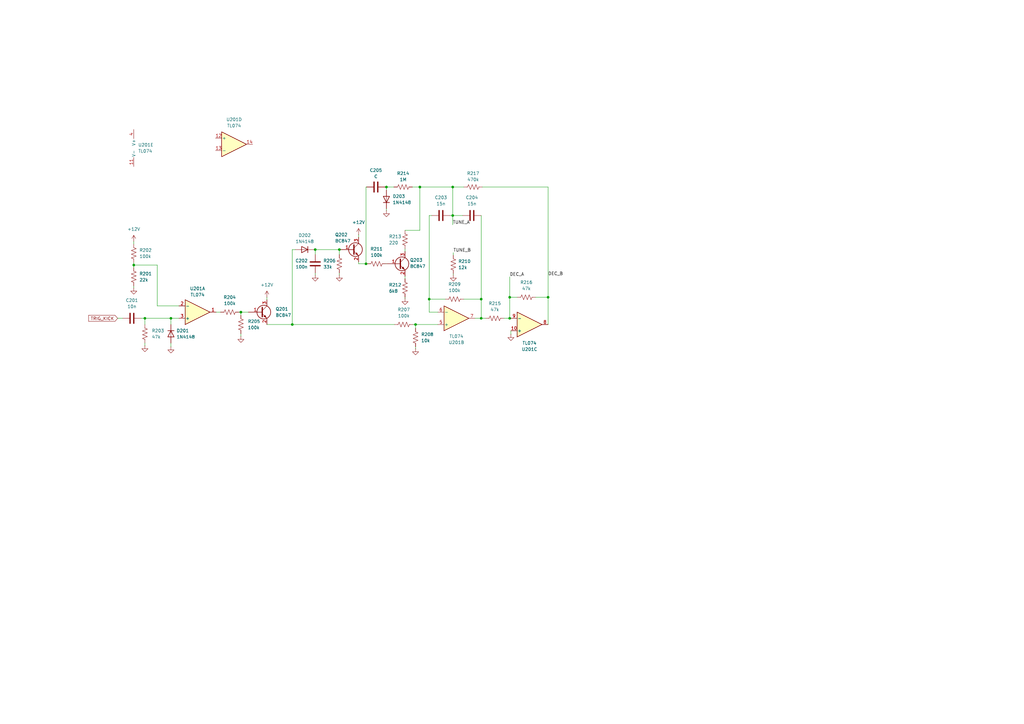
<source format=kicad_sch>
(kicad_sch (version 20231120) (generator "eeschema") (generator_version "8.0")
  (paper "A3")
  (lib_symbols
    (symbol "Amplifier_Operational:TL074" (pin_names (offset 0.127))
      (property "Reference" "U" (at 0 5.08 0))
      (property "Value" "TL074" (at 0 -5.08 0))
      (symbol "TL074_1_1"
        (polyline (pts (xy -5.08 5.08) (xy 5.08 0) (xy -5.08 -5.08) (xy -5.08 5.08)) (stroke (width 0.254)) (fill (type background)))
        (pin output line (at 7.62 0 180) (length 2.54) (name "~") (number "1"))
        (pin input line (at -7.62 -2.54 0) (length 2.54) (name "-") (number "2"))
        (pin input line (at -7.62 2.54 0) (length 2.54) (name "+") (number "3"))
      )
      (symbol "TL074_2_1"
        (polyline (pts (xy -5.08 5.08) (xy 5.08 0) (xy -5.08 -5.08) (xy -5.08 5.08)) (stroke (width 0.254)) (fill (type background)))
        (pin input line (at -7.62 2.54 0) (length 2.54) (name "+") (number "5"))
        (pin input line (at -7.62 -2.54 0) (length 2.54) (name "-") (number "6"))
        (pin output line (at 7.62 0 180) (length 2.54) (name "~") (number "7"))
      )
      (symbol "TL074_3_1"
        (polyline (pts (xy -5.08 5.08) (xy 5.08 0) (xy -5.08 -5.08) (xy -5.08 5.08)) (stroke (width 0.254)) (fill (type background)))
        (pin input line (at -7.62 2.54 0) (length 2.54) (name "+") (number "10"))
        (pin output line (at 7.62 0 180) (length 2.54) (name "~") (number "8"))
        (pin input line (at -7.62 -2.54 0) (length 2.54) (name "-") (number "9"))
      )
      (symbol "TL074_4_1"
        (polyline (pts (xy -5.08 5.08) (xy 5.08 0) (xy -5.08 -5.08) (xy -5.08 5.08)) (stroke (width 0.254)) (fill (type background)))
        (pin input line (at -7.62 2.54 0) (length 2.54) (name "+") (number "12"))
        (pin input line (at -7.62 -2.54 0) (length 2.54) (name "-") (number "13"))
        (pin output line (at 7.62 0 180) (length 2.54) (name "~") (number "14"))
      )
      (symbol "TL074_5_1"
        (pin power_in line (at -2.54 -7.62 90) (length 3.81) (name "V-") (number "11"))
        (pin power_in line (at -2.54 7.62 270) (length 3.81) (name "V+") (number "4"))
      )
    )
    (symbol "Device:C" (pin_numbers hide) (pin_names (offset 0.254))
      (property "Reference" "C" (at 0.635 2.54 0))
      (property "Value" "C" (at 0.635 -2.54 0))
      (symbol "C_0_1"
        (polyline (pts (xy -2.032 -0.762) (xy 2.032 -0.762)) (stroke (width 0.508)))
        (polyline (pts (xy -2.032 0.762) (xy 2.032 0.762)) (stroke (width 0.508)))
      )
      (symbol "C_1_1"
        (pin passive line (at 0 3.81 270) (length 2.794) (name "~") (number "1"))
        (pin passive line (at 0 -3.81 90) (length 2.794) (name "~") (number "2"))
      )
    )
    (symbol "Device:R_US" (pin_numbers hide) (pin_names (offset 0))
      (property "Reference" "R" (at 2.54 0 90))
      (property "Value" "R_US" (at -2.54 0 90))
      (symbol "R_US_0_1"
        (polyline (pts (xy 0 -2.286) (xy 0 -2.54)))
        (polyline (pts (xy 0 2.286) (xy 0 2.54)))
        (polyline (pts (xy 0 -0.762) (xy 1.016 -1.143) (xy 0 -1.524) (xy -1.016 -1.905) (xy 0 -2.286)))
        (polyline (pts (xy 0 0.762) (xy 1.016 0.381) (xy 0 0) (xy -1.016 -0.381) (xy 0 -0.762)))
        (polyline (pts (xy 0 2.286) (xy 1.016 1.905) (xy 0 1.524) (xy -1.016 1.143) (xy 0 0.762)))
      )
      (symbol "R_US_1_1"
        (pin passive line (at 0 3.81 270) (length 1.27) (name "~") (number "1"))
        (pin passive line (at 0 -3.81 90) (length 1.27) (name "~") (number "2"))
      )
    )
    (symbol "Diode:1N4148" (pin_numbers hide) (pin_names hide)
      (property "Reference" "D" (at 0 2.54 0))
      (property "Value" "1N4148" (at 0 -2.54 0))
      (symbol "1N4148_0_1"
        (polyline (pts (xy -1.27 1.27) (xy -1.27 -1.27)) (stroke (width 0.254)))
        (polyline (pts (xy 1.27 0) (xy -1.27 0)))
        (polyline (pts (xy 1.27 1.27) (xy 1.27 -1.27) (xy -1.27 0) (xy 1.27 1.27)) (stroke (width 0.254)))
      )
      (symbol "1N4148_1_1"
        (pin passive line (at -3.81 0 0) (length 2.54) (name "K") (number "1"))
        (pin passive line (at 3.81 0 180) (length 2.54) (name "A") (number "2"))
      )
    )
    (symbol "Transistor_BJT:BC847" (pin_names (offset 0) hide)
      (property "Reference" "Q" (at 5.08 1.905 0))
      (property "Value" "BC847" (at 5.08 0 0))
      (symbol "BC847_0_1"
        (polyline (pts (xy 0.635 0.635) (xy 2.54 2.54)))
        (polyline (pts (xy 0.635 -0.635) (xy 2.54 -2.54) (xy 2.54 -2.54)))
        (polyline (pts (xy 0.635 1.905) (xy 0.635 -1.905) (xy 0.635 -1.905)) (stroke (width 0.508)))
        (polyline (pts (xy 1.27 -1.778) (xy 1.778 -1.27) (xy 2.286 -2.286) (xy 1.27 -1.778) (xy 1.27 -1.778)) (fill (type outline)))
        (circle (center 1.27 0) (radius 2.8194) (stroke (width 0.254)))
      )
      (symbol "BC847_1_1"
        (pin input line (at -5.08 0 0) (length 5.715) (name "B") (number "1"))
        (pin passive line (at 2.54 -5.08 90) (length 2.54) (name "E") (number "2"))
        (pin passive line (at 2.54 5.08 270) (length 2.54) (name "C") (number "3"))
      )
    )
    (symbol "power:+12V" (power) (pin_numbers hide) (pin_names (offset 0) hide)
      (property "Value" "+12V" (at 0 3.556 0))
      (symbol "+12V_0_1"
        (polyline (pts (xy -0.762 1.27) (xy 0 2.54)))
        (polyline (pts (xy 0 0) (xy 0 2.54)))
        (polyline (pts (xy 0 2.54) (xy 0.762 1.27)))
      )
      (symbol "+12V_1_1"
        (pin power_in line (at 0 0 90) (length 0) (name "~") (number "1"))
      )
    )
    (symbol "power:GND" (power) (pin_numbers hide) (pin_names (offset 0) hide)
      (symbol "GND_0_1"
        (polyline (pts (xy 0 0) (xy 0 -1.27) (xy 1.27 -1.27) (xy 0 -2.54) (xy -1.27 -1.27) (xy 0 -1.27)))
      )
      (symbol "GND_1_1"
        (pin power_in line (at 0 0 270) (length 0) (name "~") (number "1"))
      )
    )
  )
  (junction (at 209.042 130.556))
  (junction (at 197.358 122.682))
  (junction (at 224.79 121.92))
  (junction (at 172.212 76.708))
  (junction (at 59.436 130.556))
  (junction (at 119.888 133.096))
  (junction (at 129.286 102.362))
  (junction (at 139.192 102.362))
  (junction (at 209.042 121.92))
  (junction (at 185.674 88.392))
  (junction (at 197.358 130.556))
  (junction (at 185.674 76.708))
  (junction (at 70.104 130.556))
  (junction (at 158.496 76.708))
  (junction (at 150.114 108.204))
  (junction (at 176.022 122.682))
  (junction (at 98.806 128.016))
  (junction (at 54.864 108.712))
  (junction (at 170.434 133.096))
  (wire (pts (xy 197.358 88.392) (xy 197.358 122.682)))
  (wire (pts (xy 166.116 94.488) (xy 172.212 94.488)))
  (wire (pts (xy 109.474 121.92) (xy 109.474 122.936)))
  (wire (pts (xy 170.434 133.096) (xy 179.578 133.096)))
  (wire (pts (xy 129.286 112.014) (xy 129.286 112.776)))
  (wire (pts (xy 158.496 85.598) (xy 158.496 86.36)))
  (wire (pts (xy 73.406 125.476) (xy 64.516 125.476)))
  (wire (pts (xy 139.192 104.394) (xy 139.192 102.362)))
  (wire (pts (xy 170.434 133.096) (xy 170.434 134.62)))
  (wire (pts (xy 150.368 76.708) (xy 150.114 76.708)))
  (wire (pts (xy 166.116 113.284) (xy 166.116 114.3)))
  (wire (pts (xy 54.864 107.696) (xy 54.864 108.712)))
  (wire (pts (xy 158.242 108.204) (xy 158.496 108.204)))
  (wire (pts (xy 224.79 76.708) (xy 224.79 121.92)))
  (wire (pts (xy 185.674 92.202) (xy 185.674 88.392)))
  (wire (pts (xy 98.806 128.016) (xy 98.806 129.286)))
  (wire (pts (xy 54.864 117.348) (xy 54.864 118.11)))
  (wire (pts (xy 166.116 121.92) (xy 166.116 122.428)))
  (wire (pts (xy 176.022 88.392) (xy 176.022 122.682)))
  (wire (pts (xy 64.516 108.712) (xy 54.864 108.712)))
  (wire (pts (xy 139.192 102.362) (xy 129.286 102.362)))
  (wire (pts (xy 212.09 121.92) (xy 209.042 121.92)))
  (wire (pts (xy 88.646 128.016) (xy 90.424 128.016)))
  (wire (pts (xy 185.928 112.268) (xy 185.928 112.776)))
  (wire (pts (xy 170.434 142.24) (xy 170.434 143.002)))
  (wire (pts (xy 147.066 96.266) (xy 147.066 97.282)))
  (wire (pts (xy 57.912 130.556) (xy 59.436 130.556)))
  (wire (pts (xy 185.674 76.708) (xy 185.674 88.392)))
  (wire (pts (xy 98.044 128.016) (xy 98.806 128.016)))
  (wire (pts (xy 119.888 102.362) (xy 119.888 133.096)))
  (wire (pts (xy 119.888 133.096) (xy 161.798 133.096)))
  (wire (pts (xy 128.778 102.362) (xy 129.286 102.362)))
  (wire (pts (xy 199.136 130.556) (xy 197.358 130.556)))
  (wire (pts (xy 185.674 88.392) (xy 189.738 88.392)))
  (wire (pts (xy 185.928 103.632) (xy 185.928 104.648)))
  (wire (pts (xy 157.988 76.708) (xy 158.496 76.708)))
  (wire (pts (xy 59.436 140.716) (xy 59.436 141.732)))
  (wire (pts (xy 209.042 130.556) (xy 206.756 130.556)))
  (wire (pts (xy 98.806 136.906) (xy 98.806 137.922)))
  (wire (pts (xy 48.26 130.556) (xy 50.292 130.556)))
  (wire (pts (xy 169.164 76.708) (xy 172.212 76.708)))
  (wire (pts (xy 182.626 122.682) (xy 176.022 122.682)))
  (wire (pts (xy 64.516 125.476) (xy 64.516 108.712)))
  (wire (pts (xy 59.436 130.556) (xy 70.104 130.556)))
  (wire (pts (xy 219.71 121.92) (xy 224.79 121.92)))
  (wire (pts (xy 158.496 76.708) (xy 158.496 77.978)))
  (wire (pts (xy 185.674 76.708) (xy 190.246 76.708)))
  (wire (pts (xy 197.866 76.708) (xy 224.79 76.708)))
  (wire (pts (xy 59.436 130.556) (xy 59.436 133.096)))
  (wire (pts (xy 169.418 133.096) (xy 170.434 133.096)))
  (wire (pts (xy 176.022 128.016) (xy 179.578 128.016)))
  (wire (pts (xy 139.192 112.014) (xy 139.192 112.776)))
  (wire (pts (xy 150.114 108.204) (xy 147.066 108.204)))
  (wire (pts (xy 166.116 102.108) (xy 166.116 103.124)))
  (wire (pts (xy 190.246 122.682) (xy 197.358 122.682)))
  (wire (pts (xy 172.212 94.488) (xy 172.212 76.708)))
  (wire (pts (xy 158.496 76.708) (xy 161.544 76.708)))
  (wire (pts (xy 224.79 121.92) (xy 224.79 133.096)))
  (wire (pts (xy 209.042 113.538) (xy 209.042 121.92)))
  (wire (pts (xy 139.192 102.362) (xy 139.446 102.362)))
  (wire (pts (xy 70.104 140.716) (xy 70.104 142.24)))
  (wire (pts (xy 172.212 76.708) (xy 185.674 76.708)))
  (wire (pts (xy 70.104 130.556) (xy 70.104 133.096)))
  (wire (pts (xy 147.066 108.204) (xy 147.066 107.442)))
  (wire (pts (xy 197.358 122.682) (xy 197.358 130.556)))
  (wire (pts (xy 70.104 130.556) (xy 73.406 130.556)))
  (wire (pts (xy 150.622 108.204) (xy 150.114 108.204)))
  (wire (pts (xy 197.358 130.556) (xy 194.818 130.556)))
  (wire (pts (xy 119.888 102.362) (xy 121.158 102.362)))
  (wire (pts (xy 185.674 88.392) (xy 184.658 88.392)))
  (wire (pts (xy 109.474 133.096) (xy 119.888 133.096)))
  (wire (pts (xy 54.864 108.712) (xy 54.864 109.728)))
  (wire (pts (xy 98.806 128.016) (xy 101.854 128.016)))
  (wire (pts (xy 209.55 130.556) (xy 209.042 130.556)))
  (wire (pts (xy 209.042 121.92) (xy 209.042 130.556)))
  (wire (pts (xy 54.864 99.06) (xy 54.864 100.076)))
  (wire (pts (xy 129.286 102.362) (xy 129.286 104.394)))
  (wire (pts (xy 177.038 88.392) (xy 176.022 88.392)))
  (wire (pts (xy 176.022 122.682) (xy 176.022 128.016)))
  (wire (pts (xy 209.55 135.636) (xy 209.55 137.16)))
  (wire (pts (xy 150.114 76.708) (xy 150.114 108.204)))
  (label "TUNE_B" (at 185.928 103.632 0))
  (label "DEC_A" (at 209.042 113.538 0))
  (label "DEC_B" (at 224.79 113.284 0))
  (label "TUNE_A" (at 185.674 92.202 0))
  (global_label "TRIG_KICK" (shape input) (at 48.26 130.556 180) (property "Intersheetrefs" "${INTERSHEET_REFS}" (effects (hide yes))))
  (symbol (lib_id "Device:R_US") (at 166.116 118.11 0) (unit 1)
    (property "Reference" "R212" (at 159.512 116.84 0) (effects (justify left)))
    (property "Value" "6k8" (at 159.512 119.38 0) (effects (justify left)))
    (property "Description" "Resistor, US symbol" (effects (hide yes)))
  )
  (symbol (lib_id "Diode:1N4148") (at 158.496 81.788 90) (unit 1)
    (property "Reference" "D203" (at 161.036 80.5179 90) (effects (justify right)))
    (property "Value" "1N4148" (at 161.036 83.0579 90) (effects (justify right)))
    (property "Footprint" "Diode_THT:D_DO-35_SOD27_P7.62mm_Horizontal" (effects (hide yes)))
    (property "Datasheet" "https://assets.nexperia.com/documents/data-sheet/1N4148_1N4448.pdf" (effects (hide yes)))
    (property "Description" "100V 0.15A standard switching diode, DO-35" (effects (hide yes)))
    (property "Sim.Device" "D" (effects (hide yes)))
    (property "Sim.Pins" "1=K 2=A" (effects (hide yes)))
  )
  (symbol (lib_id "power:GND") (at 70.104 142.24 0) (unit 1)
    (property "Reference" "#PWR0203" (effects (hide yes)))
    (property "Value" "GND" (effects (hide yes)))
    (property "Description" "Power symbol creates a global label with name \"GND\" , ground" (effects (hide yes)))
  )
  (symbol (lib_id "Transistor_BJT:BC847") (at 144.526 102.362 0) (unit 1)
    (property "Reference" "Q202" (at 137.414 96.266 0) (effects (justify left)))
    (property "Value" "BC847" (at 137.414 98.806 0) (effects (justify left)))
    (property "Footprint" "Package_TO_SOT_SMD:SOT-23" (effects (hide yes)))
    (property "Datasheet" "http://www.infineon.com/dgdl/Infineon-BC847SERIES_BC848SERIES_BC849SERIES_BC850SERIES-DS-v01_01-en.pdf?fileId=db3a304314dca389011541d4630a1657" (effects (hide yes)))
    (property "Description" "0.1A Ic, 45V Vce, NPN Transistor, SOT-23" (effects (hide yes)))
  )
  (symbol (lib_id "Device:C") (at 193.548 88.392 90) (unit 1)
    (property "Reference" "C204" (at 193.548 81.026 90))
    (property "Value" "15n" (at 193.548 83.566 90))
    (property "Description" "Unpolarized capacitor" (effects (hide yes)))
  )
  (symbol (lib_id "Amplifier_Operational:TL074") (at 96.012 59.182 0) (unit 4)
    (property "Reference" "U201" (at 96.012 49.022 0))
    (property "Value" "TL074" (at 96.012 51.562 0))
    (property "Datasheet" "http://www.ti.com/lit/ds/symlink/tl071.pdf" (effects (hide yes)))
    (property "Description" "Quad Low-Noise JFET-Input Operational Amplifiers, DIP-14/SOIC-14" (effects (hide yes)))
  )
  (symbol (lib_id "Device:C") (at 54.102 130.556 90) (unit 1)
    (property "Reference" "C201" (at 54.102 123.19 90))
    (property "Value" "10n" (at 54.102 125.73 90))
    (property "Description" "Unpolarized capacitor" (effects (hide yes)))
  )
  (symbol (lib_id "power:GND") (at 129.286 112.776 0) (unit 1)
    (property "Reference" "#PWR0207" (effects (hide yes)))
    (property "Value" "GND" (effects (hide yes)))
    (property "Description" "Power symbol creates a global label with name \"GND\" , ground" (effects (hide yes)))
  )
  (symbol (lib_id "power:GND") (at 139.192 112.776 0) (unit 1)
    (property "Reference" "#PWR0208" (effects (hide yes)))
    (property "Value" "GND" (effects (hide yes)))
    (property "Description" "Power symbol creates a global label with name \"GND\" , ground" (effects (hide yes)))
  )
  (symbol (lib_id "power:GND") (at 158.496 86.36 0) (unit 1)
    (property "Reference" "#PWR0213" (effects (hide yes)))
    (property "Value" "GND" (effects (hide yes)))
    (property "Description" "Power symbol creates a global label with name \"GND\" , ground" (effects (hide yes)))
  )
  (symbol (lib_id "Device:R_US") (at 54.864 103.886 0) (unit 1)
    (property "Reference" "R202" (at 57.15 102.6159 0) (effects (justify left)))
    (property "Value" "100k" (at 57.15 105.1559 0) (effects (justify left)))
    (property "Description" "Resistor, US symbol" (effects (hide yes)))
  )
  (symbol (lib_id "Device:R_US") (at 215.9 121.92 90) (unit 1)
    (property "Reference" "R216" (at 215.9 115.824 90))
    (property "Value" "47k" (at 215.9 118.364 90))
    (property "Description" "Resistor, US symbol" (effects (hide yes)))
  )
  (symbol (lib_id "power:GND") (at 59.436 141.732 0) (unit 1)
    (property "Reference" "#PWR0202" (effects (hide yes)))
    (property "Value" "GND" (effects (hide yes)))
    (property "Description" "Power symbol creates a global label with name \"GND\" , ground" (effects (hide yes)))
  )
  (symbol (lib_id "power:GND") (at 170.434 143.002 0) (unit 1)
    (property "Reference" "#PWR0209" (effects (hide yes)))
    (property "Value" "GND" (effects (hide yes)))
    (property "Description" "Power symbol creates a global label with name \"GND\" , ground" (effects (hide yes)))
  )
  (symbol (lib_id "Amplifier_Operational:TL074") (at 187.198 130.556 0) (mirror x) (unit 2)
    (property "Reference" "U201" (at 187.198 140.462 0))
    (property "Value" "TL074" (at 187.198 137.922 0))
    (property "Datasheet" "http://www.ti.com/lit/ds/symlink/tl071.pdf" (effects (hide yes)))
    (property "Description" "Quad Low-Noise JFET-Input Operational Amplifiers, DIP-14/SOIC-14" (effects (hide yes)))
  )
  (symbol (lib_id "power:+12V") (at 109.474 121.92 0) (unit 1)
    (property "Reference" "#PWR0206" (effects (hide yes)))
    (property "Value" "+12V" (at 109.474 116.84 0))
    (property "Description" "Power symbol creates a global label with name \"+12V\"" (effects (hide yes)))
  )
  (symbol (lib_id "power:GND") (at 185.928 112.776 0) (unit 1)
    (property "Reference" "#PWR0210" (effects (hide yes)))
    (property "Value" "GND" (effects (hide yes)))
    (property "Description" "Power symbol creates a global label with name \"GND\" , ground" (effects (hide yes)))
  )
  (symbol (lib_id "Device:R_US") (at 165.608 133.096 90) (unit 1)
    (property "Reference" "R207" (at 165.608 127 90))
    (property "Value" "100k" (at 165.608 129.54 90))
    (property "Description" "Resistor, US symbol" (effects (hide yes)))
  )
  (symbol (lib_id "Device:R_US") (at 194.056 76.708 90) (unit 1)
    (property "Reference" "R217" (at 194.056 71.12 90))
    (property "Value" "470k" (at 194.056 73.66 90))
    (property "Description" "Resistor, US symbol" (effects (hide yes)))
  )
  (symbol (lib_id "Device:C") (at 180.848 88.392 90) (unit 1)
    (property "Reference" "C203" (at 180.848 81.026 90))
    (property "Value" "15n" (at 180.848 83.566 90))
    (property "Description" "Unpolarized capacitor" (effects (hide yes)))
  )
  (symbol (lib_id "Device:R_US") (at 154.432 108.204 90) (unit 1)
    (property "Reference" "R211" (at 154.432 102.108 90))
    (property "Value" "100k" (at 154.432 104.648 90))
    (property "Description" "Resistor, US symbol" (effects (hide yes)))
  )
  (symbol (lib_id "Device:C") (at 154.178 76.708 90) (unit 1)
    (property "Reference" "C205" (at 154.178 69.85 90))
    (property "Value" "C" (at 154.178 72.39 90))
    (property "Description" "Unpolarized capacitor" (effects (hide yes)))
  )
  (symbol (lib_id "Device:R_US") (at 202.946 130.556 90) (unit 1)
    (property "Reference" "R215" (at 202.946 124.46 90))
    (property "Value" "47k" (at 202.946 127 90))
    (property "Description" "Resistor, US symbol" (effects (hide yes)))
  )
  (symbol (lib_id "Device:R_US") (at 186.436 122.682 90) (unit 1)
    (property "Reference" "R209" (at 186.436 116.586 90))
    (property "Value" "100k" (at 186.436 119.126 90))
    (property "Description" "Resistor, US symbol" (effects (hide yes)))
  )
  (symbol (lib_id "Transistor_BJT:BC847") (at 106.934 128.016 0) (unit 1)
    (property "Reference" "Q201" (at 113.03 126.7459 0) (effects (justify left)))
    (property "Value" "BC847" (at 113.03 129.2859 0) (effects (justify left)))
    (property "Footprint" "Package_TO_SOT_SMD:SOT-23" (effects (hide yes)))
    (property "Datasheet" "http://www.infineon.com/dgdl/Infineon-BC847SERIES_BC848SERIES_BC849SERIES_BC850SERIES-DS-v01_01-en.pdf?fileId=db3a304314dca389011541d4630a1657" (effects (hide yes)))
    (property "Description" "0.1A Ic, 45V Vce, NPN Transistor, SOT-23" (effects (hide yes)))
  )
  (symbol (lib_id "Device:R_US") (at 185.928 108.458 180) (unit 1)
    (property "Reference" "R210" (at 187.96 107.1879 0) (effects (justify right)))
    (property "Value" "12k" (at 187.96 109.7279 0) (effects (justify right)))
    (property "Description" "Resistor, US symbol" (effects (hide yes)))
  )
  (symbol (lib_id "power:GND") (at 166.116 122.428 0) (unit 1)
    (property "Reference" "#PWR0212" (effects (hide yes)))
    (property "Value" "GND" (effects (hide yes)))
    (property "Description" "Power symbol creates a global label with name \"GND\" , ground" (effects (hide yes)))
  )
  (symbol (lib_id "Diode:1N4148") (at 124.968 102.362 180) (unit 1)
    (property "Reference" "D202" (at 124.968 96.52 0))
    (property "Value" "1N4148" (at 124.968 99.06 0))
    (property "Footprint" "Diode_THT:D_DO-35_SOD27_P7.62mm_Horizontal" (effects (hide yes)))
    (property "Datasheet" "https://assets.nexperia.com/documents/data-sheet/1N4148_1N4448.pdf" (effects (hide yes)))
    (property "Description" "100V 0.15A standard switching diode, DO-35" (effects (hide yes)))
    (property "Sim.Device" "D" (effects (hide yes)))
    (property "Sim.Pins" "1=K 2=A" (effects (hide yes)))
  )
  (symbol (lib_id "Device:R_US") (at 165.354 76.708 90) (unit 1)
    (property "Reference" "R214" (at 165.354 71.12 90))
    (property "Value" "1M" (at 165.354 73.66 90))
    (property "Description" "Resistor, US symbol" (effects (hide yes)))
  )
  (symbol (lib_id "Transistor_BJT:BC847") (at 163.576 108.204 0) (unit 1)
    (property "Reference" "Q203" (at 168.148 106.68 0) (effects (justify left)))
    (property "Value" "BC847" (at 168.148 109.22 0) (effects (justify left)))
    (property "Footprint" "Package_TO_SOT_SMD:SOT-23" (effects (hide yes)))
    (property "Datasheet" "http://www.infineon.com/dgdl/Infineon-BC847SERIES_BC848SERIES_BC849SERIES_BC850SERIES-DS-v01_01-en.pdf?fileId=db3a304314dca389011541d4630a1657" (effects (hide yes)))
    (property "Description" "0.1A Ic, 45V Vce, NPN Transistor, SOT-23" (effects (hide yes)))
  )
  (symbol (lib_id "Device:R_US") (at 54.864 113.538 0) (unit 1)
    (property "Reference" "R201" (at 57.15 112.2679 0) (effects (justify left)))
    (property "Value" "22k" (at 57.15 114.8079 0) (effects (justify left)))
    (property "Description" "Resistor, US symbol" (effects (hide yes)))
  )
  (symbol (lib_id "Device:C") (at 129.286 108.204 0) (mirror x) (unit 1)
    (property "Reference" "C202" (at 126.238 106.9339 0) (effects (justify right)))
    (property "Value" "100n" (at 126.238 109.4739 0) (effects (justify right)))
    (property "Description" "Unpolarized capacitor" (effects (hide yes)))
  )
  (symbol (lib_id "Device:R_US") (at 94.234 128.016 270) (unit 1)
    (property "Reference" "R204" (at 94.234 121.92 90))
    (property "Value" "100k" (at 94.234 124.46 90))
    (property "Description" "Resistor, US symbol" (effects (hide yes)))
  )
  (symbol (lib_id "Device:R_US") (at 166.116 98.298 0) (unit 1)
    (property "Reference" "R213" (at 159.512 97.028 0) (effects (justify left)))
    (property "Value" "220" (at 159.512 99.568 0) (effects (justify left)))
    (property "Description" "Resistor, US symbol" (effects (hide yes)))
  )
  (symbol (lib_id "Device:R_US") (at 59.436 136.906 180) (unit 1)
    (property "Reference" "R203" (at 62.23 135.6359 0) (effects (justify right)))
    (property "Value" "47k" (at 62.23 138.1759 0) (effects (justify right)))
    (property "Description" "Resistor, US symbol" (effects (hide yes)))
  )
  (symbol (lib_id "Device:R_US") (at 170.434 138.43 180) (unit 1)
    (property "Reference" "R208" (at 172.72 137.1599 0) (effects (justify right)))
    (property "Value" "10k" (at 172.72 139.6999 0) (effects (justify right)))
    (property "Description" "Resistor, US symbol" (effects (hide yes)))
  )
  (symbol (lib_id "Device:R_US") (at 139.192 108.204 0) (unit 1)
    (property "Reference" "R206" (at 132.588 106.934 0) (effects (justify left)))
    (property "Value" "33k" (at 132.588 109.474 0) (effects (justify left)))
    (property "Description" "Resistor, US symbol" (effects (hide yes)))
  )
  (symbol (lib_id "Diode:1N4148") (at 70.104 136.906 270) (unit 1)
    (property "Reference" "D201" (at 72.39 135.6359 90) (effects (justify left)))
    (property "Value" "1N4148" (at 72.39 138.1759 90) (effects (justify left)))
    (property "Footprint" "Diode_THT:D_DO-35_SOD27_P7.62mm_Horizontal" (effects (hide yes)))
    (property "Datasheet" "https://assets.nexperia.com/documents/data-sheet/1N4148_1N4448.pdf" (effects (hide yes)))
    (property "Description" "100V 0.15A standard switching diode, DO-35" (effects (hide yes)))
    (property "Sim.Device" "D" (effects (hide yes)))
    (property "Sim.Pins" "1=K 2=A" (effects (hide yes)))
  )
  (symbol (lib_id "power:+12V") (at 54.864 99.06 0) (unit 1)
    (property "Reference" "#PWR0201" (effects (hide yes)))
    (property "Value" "+12V" (at 54.864 93.98 0))
    (property "Description" "Power symbol creates a global label with name \"+12V\"" (effects (hide yes)))
  )
  (symbol (lib_id "power:GND") (at 54.864 118.11 0) (unit 1)
    (property "Reference" "#PWR0204" (effects (hide yes)))
    (property "Value" "GND" (effects (hide yes)))
    (property "Description" "Power symbol creates a global label with name \"GND\" , ground" (effects (hide yes)))
  )
  (symbol (lib_id "Amplifier_Operational:TL074") (at 57.404 60.706 0) (unit 5)
    (property "Reference" "U201" (at 56.642 59.4359 0) (effects (justify left)))
    (property "Value" "TL074" (at 56.642 61.9759 0) (effects (justify left)))
    (property "Datasheet" "http://www.ti.com/lit/ds/symlink/tl071.pdf" (effects (hide yes)))
    (property "Description" "Quad Low-Noise JFET-Input Operational Amplifiers, DIP-14/SOIC-14" (effects (hide yes)))
  )
  (symbol (lib_id "power:+12V") (at 147.066 96.266 0) (unit 1)
    (property "Reference" "#PWR0211" (effects (hide yes)))
    (property "Value" "+12V" (at 147.066 91.186 0))
    (property "Description" "Power symbol creates a global label with name \"+12V\"" (effects (hide yes)))
  )
  (symbol (lib_id "Amplifier_Operational:TL074") (at 217.17 133.096 0) (mirror x) (unit 3)
    (property "Reference" "U201" (at 217.17 143.256 0))
    (property "Value" "TL074" (at 217.17 140.716 0))
    (property "Datasheet" "http://www.ti.com/lit/ds/symlink/tl071.pdf" (effects (hide yes)))
    (property "Description" "Quad Low-Noise JFET-Input Operational Amplifiers, DIP-14/SOIC-14" (effects (hide yes)))
  )
  (symbol (lib_id "Amplifier_Operational:TL074") (at 81.026 128.016 0) (mirror x) (unit 1)
    (property "Reference" "U201" (at 81.026 118.364 0))
    (property "Value" "TL074" (at 81.026 120.904 0))
    (property "Datasheet" "http://www.ti.com/lit/ds/symlink/tl071.pdf" (effects (hide yes)))
    (property "Description" "Quad Low-Noise JFET-Input Operational Amplifiers, DIP-14/SOIC-14" (effects (hide yes)))
  )
  (symbol (lib_id "power:GND") (at 98.806 137.922 0) (unit 1)
    (property "Reference" "#PWR0205" (effects (hide yes)))
    (property "Value" "GND" (effects (hide yes)))
    (property "Description" "Power symbol creates a global label with name \"GND\" , ground" (effects (hide yes)))
  )
  (symbol (lib_id "Device:R_US") (at 98.806 133.096 0) (unit 1)
    (property "Reference" "R205" (at 101.6 131.8259 0) (effects (justify left)))
    (property "Value" "100k" (at 101.6 134.3659 0) (effects (justify left)))
    (property "Description" "Resistor, US symbol" (effects (hide yes)))
  )
  (symbol (lib_id "power:GND") (at 209.55 137.16 0) (unit 1)
    (property "Reference" "#PWR0214" (effects (hide yes)))
    (property "Value" "GND" (effects (hide yes)))
    (property "Description" "Power symbol creates a global label with name \"GND\" , ground" (effects (hide yes)))
  )
)
</source>
